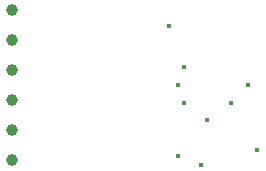
<source format=gbr>
%TF.GenerationSoftware,KiCad,Pcbnew,6.0.11+dfsg-1~bpo11+1*%
%TF.CreationDate,2023-05-03T19:13:37+00:00*%
%TF.ProjectId,huibike,68756962-696b-4652-9e6b-696361645f70,rev?*%
%TF.SameCoordinates,Original*%
%TF.FileFunction,Plated,1,2,PTH,Drill*%
%TF.FilePolarity,Positive*%
%FSLAX46Y46*%
G04 Gerber Fmt 4.6, Leading zero omitted, Abs format (unit mm)*
G04 Created by KiCad (PCBNEW 6.0.11+dfsg-1~bpo11+1) date 2023-05-03 19:13:37*
%MOMM*%
%LPD*%
G01*
G04 APERTURE LIST*
%TA.AperFunction,ViaDrill*%
%ADD10C,0.400000*%
%TD*%
%TA.AperFunction,ComponentDrill*%
%ADD11C,1.000000*%
%TD*%
G04 APERTURE END LIST*
D10*
X97250000Y-53000000D03*
X98000000Y-58000000D03*
X98000000Y-64000000D03*
X98500000Y-56500000D03*
X98500000Y-59500000D03*
X100000000Y-64750000D03*
X100500000Y-61000000D03*
X102500000Y-59500000D03*
X104000000Y-58000000D03*
X104750000Y-63500000D03*
D11*
%TO.C,J101*%
X84000000Y-51650000D03*
X84000000Y-54190000D03*
X84000000Y-56730000D03*
X84000000Y-59270000D03*
X84000000Y-61810000D03*
X84000000Y-64350000D03*
M02*

</source>
